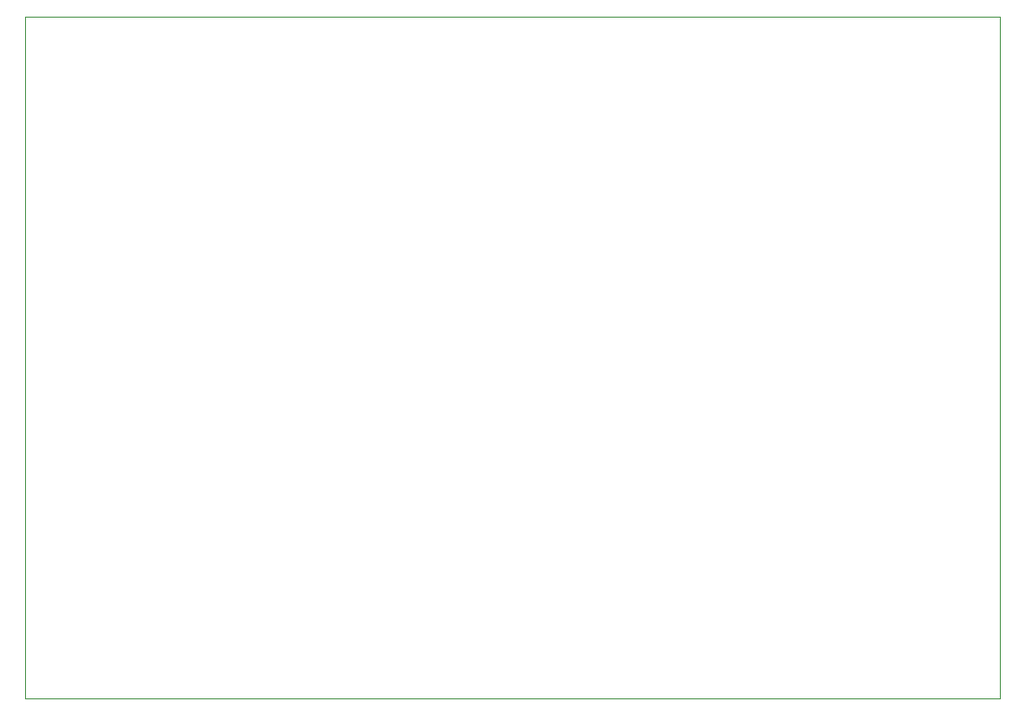
<source format=gbr>
%TF.GenerationSoftware,KiCad,Pcbnew,9.0.0*%
%TF.CreationDate,2025-04-29T18:27:41-04:00*%
%TF.ProjectId,Generador de funciones,47656e65-7261-4646-9f72-206465206675,rev?*%
%TF.SameCoordinates,Original*%
%TF.FileFunction,Profile,NP*%
%FSLAX46Y46*%
G04 Gerber Fmt 4.6, Leading zero omitted, Abs format (unit mm)*
G04 Created by KiCad (PCBNEW 9.0.0) date 2025-04-29 18:27:41*
%MOMM*%
%LPD*%
G01*
G04 APERTURE LIST*
%TA.AperFunction,Profile*%
%ADD10C,0.050000*%
%TD*%
G04 APERTURE END LIST*
D10*
X127000000Y-41910000D02*
X127000000Y-104140000D01*
X215900000Y-41910000D02*
X215900000Y-104140000D01*
X127000000Y-104140000D02*
X215900000Y-104140000D01*
X127000000Y-41910000D02*
X215900000Y-41910000D01*
M02*

</source>
